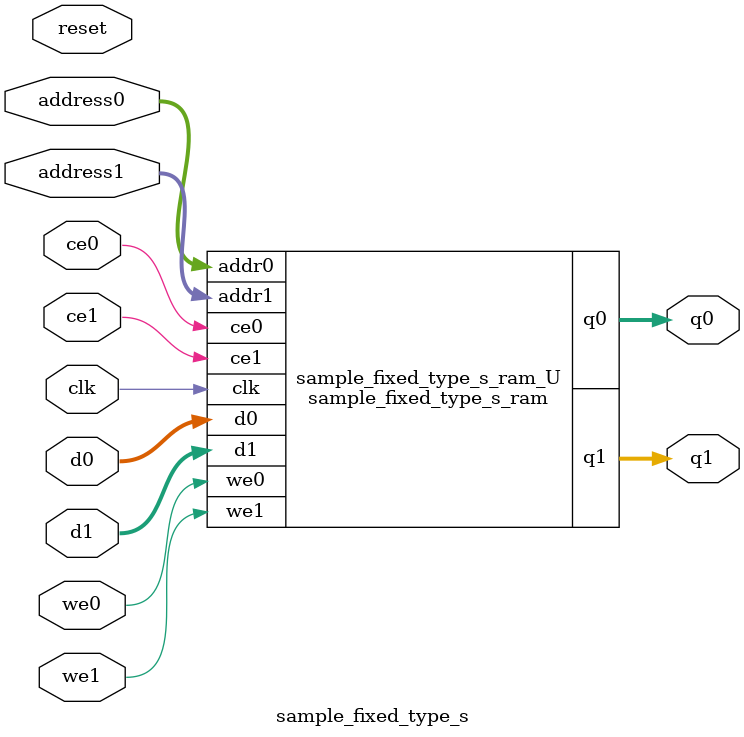
<source format=v>
`timescale 1 ns / 1 ps
module sample_fixed_type_s_ram (addr0, ce0, d0, we0, q0, addr1, ce1, d1, we1, q1,  clk);

parameter DWIDTH = 32;
parameter AWIDTH = 9;
parameter MEM_SIZE = 508;

input[AWIDTH-1:0] addr0;
input ce0;
input[DWIDTH-1:0] d0;
input we0;
output reg[DWIDTH-1:0] q0;
input[AWIDTH-1:0] addr1;
input ce1;
input[DWIDTH-1:0] d1;
input we1;
output reg[DWIDTH-1:0] q1;
input clk;

(* ram_style = "block" *)reg [DWIDTH-1:0] ram[0:MEM_SIZE-1];




always @(posedge clk)  
begin 
    if (ce0) 
    begin
        if (we0) 
        begin 
            ram[addr0] <= d0; 
        end 
        q0 <= ram[addr0];
    end
end


always @(posedge clk)  
begin 
    if (ce1) 
    begin
        if (we1) 
        begin 
            ram[addr1] <= d1; 
        end 
        q1 <= ram[addr1];
    end
end


endmodule

`timescale 1 ns / 1 ps
module sample_fixed_type_s(
    reset,
    clk,
    address0,
    ce0,
    we0,
    d0,
    q0,
    address1,
    ce1,
    we1,
    d1,
    q1);

parameter DataWidth = 32'd32;
parameter AddressRange = 32'd508;
parameter AddressWidth = 32'd9;
input reset;
input clk;
input[AddressWidth - 1:0] address0;
input ce0;
input we0;
input[DataWidth - 1:0] d0;
output[DataWidth - 1:0] q0;
input[AddressWidth - 1:0] address1;
input ce1;
input we1;
input[DataWidth - 1:0] d1;
output[DataWidth - 1:0] q1;



sample_fixed_type_s_ram sample_fixed_type_s_ram_U(
    .clk( clk ),
    .addr0( address0 ),
    .ce0( ce0 ),
    .we0( we0 ),
    .d0( d0 ),
    .q0( q0 ),
    .addr1( address1 ),
    .ce1( ce1 ),
    .we1( we1 ),
    .d1( d1 ),
    .q1( q1 ));

endmodule


</source>
